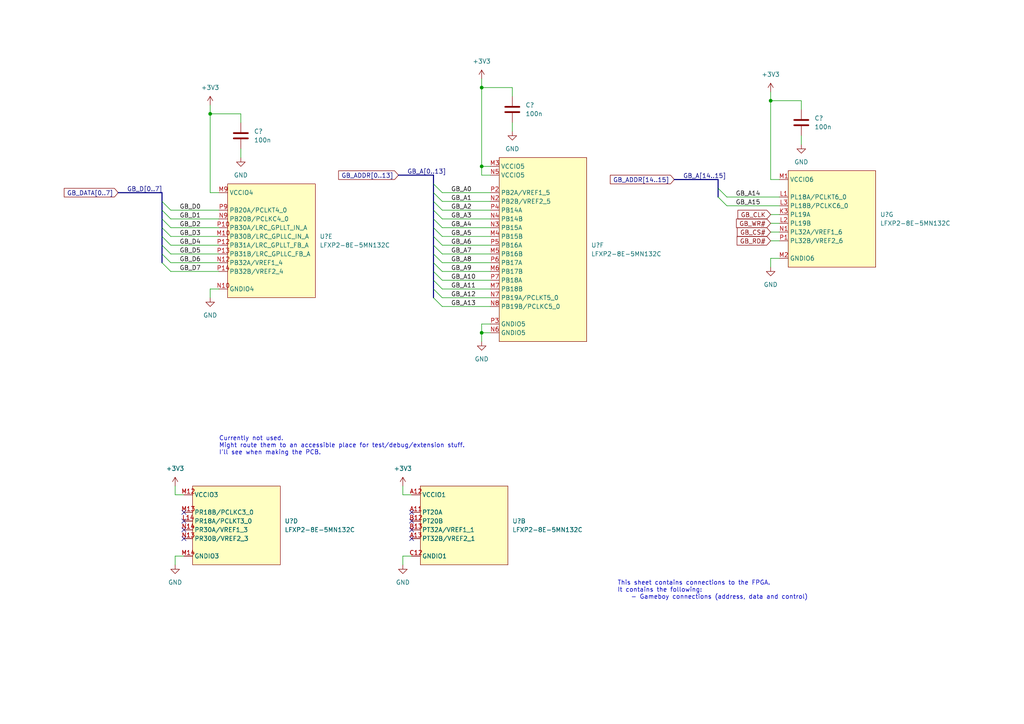
<source format=kicad_sch>
(kicad_sch (version 20211123) (generator eeschema)
  (paper "A4")
  (title_block (title "FPGA connections 1"))
  (lib_symbols
    (symbol "Device:C" (pin_numbers hide) (pin_names (offset 0.254))
      (property "Reference" "C" (at 0.635 2.54 0))
      (property "Value" "C" (at 0.635 -2.54 0))
      (symbol "C_0_1"
        (polyline (pts (xy -2.032 -0.762) (xy 2.032 -0.762)) (stroke (width 0.508)))
        (polyline (pts (xy -2.032 0.762) (xy 2.032 0.762)) (stroke (width 0.508)))
      )
      (symbol "C_1_1"
        (pin passive line (at 0 3.81 270) (length 2.794) (name "~") (number "1"))
        (pin passive line (at 0 -3.81 90) (length 2.794) (name "~") (number "2"))
      )
    )
    (symbol "FPGA_Lattice:LFXP2-8E-5MN132C"
      (property "Reference" "U?" (at 12.7 3.81 0))
      (property "Value" "LFXP2-8E-5MN132C" (at 11.43 1.27 0))
      (symbol "LFXP2-8E-5MN132C_1_1"
        (rectangle (start 0 0) (end 25.4 -63.5) (fill (type background)))
        (pin bidirectional line (at -2.54 -15.24 0) (length 2.54) (name "PT3A/ULC_GPLLT_IN_A") (number "A1"))
        (pin bidirectional line (at -2.54 -53.34 0) (length 2.54) (name "PT19B/PCLKC0_0") (number "A10"))
        (pin bidirectional line (at -2.54 -10.16 0) (length 2.54) (name "PT2A/VREF1_0") (number "A2"))
        (pin bidirectional line (at -2.54 -12.7 0) (length 2.54) (name "PT2B/VREF2_0") (number "A3"))
        (pin bidirectional line (at -2.54 -22.86 0) (length 2.54) (name "PT4B/ULC_GPLLC_FB_A") (number "A5"))
        (pin bidirectional line (at -2.54 -30.48 0) (length 2.54) (name "PT15A") (number "A6"))
        (pin bidirectional line (at -2.54 -33.02 0) (length 2.54) (name "PT15B") (number "A7"))
        (pin bidirectional line (at -2.54 -40.64 0) (length 2.54) (name "PT17A") (number "A8"))
        (pin bidirectional line (at -2.54 -45.72 0) (length 2.54) (name "PT18A") (number "A9"))
        (pin bidirectional line (at -2.54 -50.8 0) (length 2.54) (name "PT19A/PCLKT0_0") (number "B10"))
        (pin bidirectional line (at -2.54 -17.78 0) (length 2.54) (name "PT3B/ULC_GPLLC_IN_A") (number "B3"))
        (pin power_in line (at -2.54 -2.54 0) (length 2.54) (name "VCCIO0") (number "B5"))
        (pin bidirectional line (at -2.54 -25.4 0) (length 2.54) (name "PT14A") (number "B6"))
        (pin power_in line (at -2.54 -5.08 0) (length 2.54) (name "VCCIO0") (number "B7"))
        (pin power_in line (at -2.54 -58.42 0) (length 2.54) (name "GNDIO0") (number "B8"))
        (pin bidirectional line (at -2.54 -43.18 0) (length 2.54) (name "PT17B") (number "B9"))
        (pin bidirectional line (at -2.54 -48.26 0) (length 2.54) (name "PT18B") (number "C10"))
        (pin bidirectional line (at -2.54 -20.32 0) (length 2.54) (name "PT4A/ULC_GPLLT_FB_A") (number "C5"))
        (pin power_in line (at -2.54 -60.96 0) (length 2.54) (name "GNDIO0") (number "C6"))
        (pin bidirectional line (at -2.54 -27.94 0) (length 2.54) (name "PT14B") (number "C7"))
        (pin bidirectional line (at -2.54 -35.56 0) (length 2.54) (name "PT16A") (number "C8"))
        (pin bidirectional line (at -2.54 -38.1 0) (length 2.54) (name "PT16B") (number "C9"))
      )
      (symbol "LFXP2-8E-5MN132C_2_1"
        (rectangle (start 0 0) (end 25.4 -22.86) (fill (type background)))
        (pin bidirectional line (at -2.54 -7.62 0) (length 2.54) (name "PT20A") (number "A11"))
        (pin power_in line (at -2.54 -2.54 0) (length 2.54) (name "VCCIO1") (number "A12"))
        (pin bidirectional line (at -2.54 -15.24 0) (length 2.54) (name "PT32B/VREF2_1") (number "A13"))
        (pin bidirectional line (at -2.54 -10.16 0) (length 2.54) (name "PT20B") (number "B12"))
        (pin bidirectional line (at -2.54 -12.7 0) (length 2.54) (name "PT32A/VREF1_1") (number "B13"))
        (pin power_in line (at -2.54 -20.32 0) (length 2.54) (name "GNDIO1") (number "C12"))
      )
      (symbol "LFXP2-8E-5MN132C_3_1"
        (rectangle (start 0 0) (end 25.4 -58.42) (fill (type background)))
        (pin bidirectional line (at -2.54 -10.16 0) (length 2.54) (name "PR2A/VREF1_2") (number "A14"))
        (pin bidirectional line (at -2.54 -12.7 0) (length 2.54) (name "PR2B/VREF2_2") (number "B14"))
        (pin power_in line (at -2.54 -53.34 0) (length 2.54) (name "GNDIO2") (number "C13"))
        (pin power_in line (at -2.54 -2.54 0) (length 2.54) (name "VCCIO2") (number "C14"))
        (pin bidirectional line (at -2.54 -15.24 0) (length 2.54) (name "PR10A") (number "D12"))
        (pin bidirectional line (at -2.54 -17.78 0) (length 2.54) (name "PR10B") (number "D13"))
        (pin bidirectional line (at -2.54 -20.32 0) (length 2.54) (name "PR11A") (number "D14"))
        (pin bidirectional line (at -2.54 -25.4 0) (length 2.54) (name "PR12A") (number "E12"))
        (pin power_in line (at -2.54 -55.88 0) (length 2.54) (name "GNDIO2") (number "E13"))
        (pin bidirectional line (at -2.54 -22.86 0) (length 2.54) (name "PR11B") (number "E14"))
        (pin bidirectional line (at -2.54 -27.94 0) (length 2.54) (name "PR12B") (number "F12"))
        (pin power_in line (at -2.54 -5.08 0) (length 2.54) (name "VCCIO2") (number "F13"))
        (pin bidirectional line (at -2.54 -30.48 0) (length 2.54) (name "PR13A") (number "F14"))
        (pin bidirectional line (at -2.54 -35.56 0) (length 2.54) (name "PR14A") (number "G12"))
        (pin bidirectional line (at -2.54 -38.1 0) (length 2.54) (name "PR14B") (number "G13"))
        (pin bidirectional line (at -2.54 -33.02 0) (length 2.54) (name "PR13B") (number "G14"))
        (pin bidirectional line (at -2.54 -43.18 0) (length 2.54) (name "PR15B") (number "H12"))
        (pin bidirectional line (at -2.54 -40.64 0) (length 2.54) (name "PR15A") (number "H13"))
        (pin bidirectional line (at -2.54 -45.72 0) (length 2.54) (name "PR16A/PCLKT2_0") (number "H14"))
        (pin bidirectional line (at -2.54 -48.26 0) (length 2.54) (name "PR16B/PCLKC2_0") (number "J12"))
      )
      (symbol "LFXP2-8E-5MN132C_4_1"
        (rectangle (start 0 0) (end 25.4 -22.86) (fill (type background)))
        (pin bidirectional line (at -2.54 -10.16 0) (length 2.54) (name "PR18A/PCLKT3_0") (number "L14"))
        (pin power_in line (at -2.54 -2.54 0) (length 2.54) (name "VCCIO3") (number "M12"))
        (pin bidirectional line (at -2.54 -7.62 0) (length 2.54) (name "PR18B/PCLKC3_0") (number "M13"))
        (pin power_in line (at -2.54 -20.32 0) (length 2.54) (name "GNDIO3") (number "M14"))
        (pin bidirectional line (at -2.54 -15.24 0) (length 2.54) (name "PR30B/VREF2_3") (number "N13"))
        (pin bidirectional line (at -2.54 -12.7 0) (length 2.54) (name "PR30A/VREF1_3") (number "N14"))
      )
      (symbol "LFXP2-8E-5MN132C_5_1"
        (rectangle (start 0 0) (end 25.4 -33.02) (fill (type background)))
        (pin bidirectional line (at -2.54 -15.24 0) (length 2.54) (name "PB30B/LRC_GPLLC_IN_A") (number "M10"))
        (pin power_in line (at -2.54 -2.54 0) (length 2.54) (name "VCCIO4") (number "M9"))
        (pin power_in line (at -2.54 -30.48 0) (length 2.54) (name "GNDIO4") (number "N10"))
        (pin bidirectional line (at -2.54 -22.86 0) (length 2.54) (name "PB32A/VREF1_4") (number "N12"))
        (pin bidirectional line (at -2.54 -10.16 0) (length 2.54) (name "PB20B/PCLKC4_0") (number "N9"))
        (pin bidirectional line (at -2.54 -12.7 0) (length 2.54) (name "PB30A/LRC_GPLLT_IN_A") (number "P10"))
        (pin bidirectional line (at -2.54 -17.78 0) (length 2.54) (name "PB31A/LRC_GPLLT_FB_A") (number "P12"))
        (pin bidirectional line (at -2.54 -20.32 0) (length 2.54) (name "PB31B/LRC_GPLLC_FB_A") (number "P13"))
        (pin bidirectional line (at -2.54 -25.4 0) (length 2.54) (name "PB32B/VREF2_4") (number "P14"))
        (pin bidirectional line (at -2.54 -7.62 0) (length 2.54) (name "PB20A/PCLKT4_0") (number "P9"))
      )
      (symbol "LFXP2-8E-5MN132C_6_1"
        (rectangle (start 0 0) (end 25.4 -53.34) (fill (type background)))
        (pin power_in line (at -2.54 -2.54 0) (length 2.54) (name "VCCIO5") (number "M3"))
        (pin bidirectional line (at -2.54 -22.86 0) (length 2.54) (name "PB15B") (number "M4"))
        (pin bidirectional line (at -2.54 -27.94 0) (length 2.54) (name "PB16B") (number "M5"))
        (pin bidirectional line (at -2.54 -33.02 0) (length 2.54) (name "PB17B") (number "M6"))
        (pin bidirectional line (at -2.54 -38.1 0) (length 2.54) (name "PB18B") (number "M7"))
        (pin bidirectional line (at -2.54 -12.7 0) (length 2.54) (name "PB2B/VREF2_5") (number "N2"))
        (pin bidirectional line (at -2.54 -20.32 0) (length 2.54) (name "PB15A") (number "N3"))
        (pin bidirectional line (at -2.54 -17.78 0) (length 2.54) (name "PB14B") (number "N4"))
        (pin power_in line (at -2.54 -5.08 0) (length 2.54) (name "VCCIO5") (number "N5"))
        (pin power_in line (at -2.54 -50.8 0) (length 2.54) (name "GNDIO5") (number "N6"))
        (pin bidirectional line (at -2.54 -40.64 0) (length 2.54) (name "PB19A/PCLKT5_0") (number "N7"))
        (pin bidirectional line (at -2.54 -43.18 0) (length 2.54) (name "PB19B/PCLKC5_0") (number "N8"))
        (pin bidirectional line (at -2.54 -10.16 0) (length 2.54) (name "PB2A/VREF1_5") (number "P2"))
        (pin power_in line (at -2.54 -48.26 0) (length 2.54) (name "GNDIO5") (number "P3"))
        (pin bidirectional line (at -2.54 -15.24 0) (length 2.54) (name "PB14A") (number "P4"))
        (pin bidirectional line (at -2.54 -25.4 0) (length 2.54) (name "PB16A") (number "P5"))
        (pin bidirectional line (at -2.54 -30.48 0) (length 2.54) (name "PB17A") (number "P6"))
        (pin bidirectional line (at -2.54 -35.56 0) (length 2.54) (name "PB18A") (number "P7"))
      )
      (symbol "LFXP2-8E-5MN132C_7_1"
        (rectangle (start 0 0) (end 25.4 -27.94) (fill (type background)))
        (pin bidirectional line (at -2.54 -12.7 0) (length 2.54) (name "PL19A") (number "K3"))
        (pin bidirectional line (at -2.54 -7.62 0) (length 2.54) (name "PL18A/PCLKT6_0") (number "L1"))
        (pin bidirectional line (at -2.54 -15.24 0) (length 2.54) (name "PL19B") (number "L2"))
        (pin bidirectional line (at -2.54 -10.16 0) (length 2.54) (name "PL18B/PCLKC6_0") (number "L3"))
        (pin power_in line (at -2.54 -2.54 0) (length 2.54) (name "VCCIO6") (number "M1"))
        (pin power_in line (at -2.54 -25.4 0) (length 2.54) (name "GNDIO6") (number "M2"))
        (pin bidirectional line (at -2.54 -17.78 0) (length 2.54) (name "PL32A/VREF1_6") (number "N1"))
        (pin bidirectional line (at -2.54 -20.32 0) (length 2.54) (name "PL32B/VREF2_6") (number "P1"))
      )
      (symbol "LFXP2-8E-5MN132C_8_1"
        (rectangle (start 0 0) (end 25.4 -58.42) (fill (type background)))
        (pin bidirectional line (at -2.54 -10.16 0) (length 2.54) (name "PL2A/VREF1_7") (number "B1"))
        (pin bidirectional line (at -2.54 -12.7 0) (length 2.54) (name "PL2B/VREF2_7") (number "B2"))
        (pin power_in line (at -2.54 -53.34 0) (length 2.54) (name "GNDIO7") (number "C1"))
        (pin bidirectional line (at -2.54 -15.24 0) (length 2.54) (name "PL10A/PROGRAMN") (number "C2"))
        (pin power_in line (at -2.54 -2.54 0) (length 2.54) (name "VCCIO7") (number "C3"))
        (pin bidirectional line (at -2.54 -20.32 0) (length 2.54) (name "PL11A/CFG1") (number "D1"))
        (pin bidirectional line (at -2.54 -25.4 0) (length 2.54) (name "PL12A/CSSPISN") (number "D2"))
        (pin bidirectional line (at -2.54 -17.78 0) (length 2.54) (name "PL10B/DONE") (number "D3"))
        (pin bidirectional line (at -2.54 -22.86 0) (length 2.54) (name "PL11B") (number "E1"))
        (pin power_in line (at -2.54 -55.88 0) (length 2.54) (name "GNDIO7") (number "E2"))
        (pin bidirectional line (at -2.54 -27.94 0) (length 2.54) (name "PL12B/CSSPIN") (number "E3"))
        (pin bidirectional line (at -2.54 -30.48 0) (length 2.54) (name "PL13A") (number "F1"))
        (pin power_in line (at -2.54 -5.08 0) (length 2.54) (name "VCCIO7") (number "F2"))
        (pin bidirectional line (at -2.54 -35.56 0) (length 2.54) (name "PL14A/CCLK") (number "F3"))
        (pin bidirectional line (at -2.54 -33.02 0) (length 2.54) (name "PL13B") (number "G1"))
        (pin bidirectional line (at -2.54 -38.1 0) (length 2.54) (name "PL14B/SO") (number "G2"))
        (pin bidirectional line (at -2.54 -43.18 0) (length 2.54) (name "PL15B/INITN") (number "G3"))
        (pin bidirectional line (at -2.54 -45.72 0) (length 2.54) (name "PL16A/PCLKT7_0") (number "H1"))
        (pin bidirectional line (at -2.54 -40.64 0) (length 2.54) (name "PL15A/SI") (number "H2"))
        (pin bidirectional line (at -2.54 -48.26 0) (length 2.54) (name "PL16B/PCLKC7_0") (number "H3"))
      )
      (symbol "LFXP2-8E-5MN132C_9_1"
        (rectangle (start 0 0) (end 12.7 -17.78) (fill (type background)))
        (pin bidirectional line (at -2.54 -2.54 0) (length 2.54) (name "VCCJ") (number "K12"))
        (pin bidirectional line (at -2.54 -15.24 0) (length 2.54) (name "TDO") (number "K13"))
        (pin bidirectional line (at -2.54 -10.16 0) (length 2.54) (name "TCK") (number "K14"))
        (pin bidirectional line (at -2.54 -7.62 0) (length 2.54) (name "TMS") (number "L12"))
        (pin bidirectional line (at -2.54 -12.7 0) (length 2.54) (name "TDI") (number "L13"))
      )
      (symbol "LFXP2-8E-5MN132C_10_1"
        (rectangle (start 0 0) (end 25.4 -55.88) (fill (type background)))
        (pin power_in line (at -2.54 -40.64 0) (length 2.54) (name "ULC_VCCPLL") (number "A4"))
        (pin power_in line (at -2.54 -12.7 0) (length 2.54) (name "VCC") (number "B11"))
        (pin power_in line (at -2.54 -45.72 0) (length 2.54) (name "ULC_GNDPLL") (number "B4"))
        (pin power_in line (at -2.54 -27.94 0) (length 2.54) (name "VCCAUX") (number "C11"))
        (pin power_in line (at -2.54 -15.24 0) (length 2.54) (name "VCC") (number "C4"))
        (pin power_in line (at -2.54 -53.34 0) (length 2.54) (name "GND") (number "J1"))
        (pin power_in line (at -2.54 -10.16 0) (length 2.54) (name "VCC") (number "J13"))
        (pin power_in line (at -2.54 -25.4 0) (length 2.54) (name "VCCAUX") (number "J14"))
        (pin power_in line (at -2.54 -20.32 0) (length 2.54) (name "VCCAUX") (number "J2"))
        (pin power_in line (at -2.54 -2.54 0) (length 2.54) (name "VCC") (number "J3"))
        (pin input line (at -2.54 -35.56 0) (length 2.54) (name "CFG0") (number "K1"))
        (pin input line (at -2.54 -33.02 0) (length 2.54) (name "TOE") (number "K2"))
        (pin power_in line (at -2.54 -48.26 0) (length 2.54) (name "LRC_GNDPLL") (number "M11"))
        (pin power_in line (at -2.54 -22.86 0) (length 2.54) (name "VCCAUX") (number "M8"))
        (pin power_in line (at -2.54 -7.62 0) (length 2.54) (name "VCC") (number "N11"))
        (pin power_in line (at -2.54 -43.18 0) (length 2.54) (name "LRC_VCCPLL") (number "P11"))
        (pin power_in line (at -2.54 -5.08 0) (length 2.54) (name "VCC") (number "P8"))
      )
    )
    (symbol "power:+3V3" (power) (pin_names (offset 0))
      (property "Value" "+3V3" (at 0 3.556 0))
      (symbol "+3V3_0_1"
        (polyline (pts (xy -0.762 1.27) (xy 0 2.54)))
        (polyline (pts (xy 0 0) (xy 0 2.54)))
        (polyline (pts (xy 0 2.54) (xy 0.762 1.27)))
      )
      (symbol "+3V3_1_1"
        (pin power_in line (at 0 0 90) (length 0) hide (name "+3V3") (number "1"))
      )
    )
    (symbol "power:GND" (power) (pin_names (offset 0))
      (property "Value" "GND" (at 0 -3.81 0))
      (symbol "GND_0_1"
        (polyline (pts (xy 0 0) (xy 0 -1.27) (xy 1.27 -1.27) (xy 0 -2.54) (xy -1.27 -1.27) (xy 0 -1.27)))
      )
      (symbol "GND_1_1"
        (pin power_in line (at 0 0 270) (length 0) hide (name "GND") (number "1"))
      )
    )
  )
  (junction (at 223.52 29.21))
  (junction (at 139.7 25.4))
  (junction (at 139.7 96.52))
  (junction (at 60.96 33.02))
  (junction (at 139.7 48.26))
  (no_connect (at 53.34 156.21))
  (no_connect (at 119.38 156.21))
  (no_connect (at 119.38 153.67))
  (no_connect (at 119.38 151.13))
  (no_connect (at 119.38 148.59))
  (no_connect (at 53.34 148.59))
  (no_connect (at 53.34 151.13))
  (no_connect (at 53.34 153.67))
  (bus_entry (at 46.99 73.66) (size 2.54 2.54))
  (bus_entry (at 46.99 63.5) (size 2.54 2.54))
  (bus_entry (at 125.73 58.42) (size 2.54 2.54))
  (bus_entry (at 125.73 55.88) (size 2.54 2.54))
  (bus_entry (at 125.73 53.34) (size 2.54 2.54))
  (bus_entry (at 125.73 60.96) (size 2.54 2.54))
  (bus_entry (at 125.73 76.2) (size 2.54 2.54))
  (bus_entry (at 125.73 73.66) (size 2.54 2.54))
  (bus_entry (at 125.73 71.12) (size 2.54 2.54))
  (bus_entry (at 125.73 68.58) (size 2.54 2.54))
  (bus_entry (at 125.73 66.04) (size 2.54 2.54))
  (bus_entry (at 125.73 63.5) (size 2.54 2.54))
  (bus_entry (at 125.73 86.36) (size 2.54 2.54))
  (bus_entry (at 125.73 81.28) (size 2.54 2.54))
  (bus_entry (at 125.73 78.74) (size 2.54 2.54))
  (bus_entry (at 125.73 83.82) (size 2.54 2.54))
  (bus_entry (at 208.28 54.61) (size 2.54 2.54))
  (bus_entry (at 208.28 57.15) (size 2.54 2.54))
  (bus_entry (at 46.99 66.04) (size 2.54 2.54))
  (bus_entry (at 46.99 76.2) (size 2.54 2.54))
  (bus_entry (at 46.99 58.42) (size 2.54 2.54))
  (bus_entry (at 46.99 68.58) (size 2.54 2.54))
  (bus_entry (at 46.99 71.12) (size 2.54 2.54))
  (bus_entry (at 46.99 60.96) (size 2.54 2.54))
  (wire (pts (xy 60.96 33.02) (xy 60.96 55.88)))
  (wire (pts (xy 128.27 73.66) (xy 142.24 73.66)))
  (bus (pts (xy 46.99 71.12) (xy 46.99 73.66)))
  (wire (pts (xy 116.84 143.51) (xy 116.84 140.97)))
  (wire (pts (xy 119.38 161.29) (xy 116.84 161.29)))
  (wire (pts (xy 223.52 29.21) (xy 223.52 52.07)))
  (wire (pts (xy 49.53 63.5) (xy 63.5 63.5)))
  (bus (pts (xy 46.99 68.58) (xy 46.99 71.12)))
  (wire (pts (xy 116.84 161.29) (xy 116.84 163.83)))
  (wire (pts (xy 69.85 43.18) (xy 69.85 45.72)))
  (wire (pts (xy 139.7 96.52) (xy 139.7 99.06)))
  (bus (pts (xy 208.28 57.15) (xy 208.28 54.61)))
  (bus (pts (xy 125.73 86.36) (xy 125.73 83.82)))
  (wire (pts (xy 139.7 50.8) (xy 139.7 48.26)))
  (wire (pts (xy 139.7 93.98) (xy 139.7 96.52)))
  (bus (pts (xy 125.73 55.88) (xy 125.73 53.34)))
  (wire (pts (xy 223.52 67.31) (xy 226.06 67.31)))
  (wire (pts (xy 128.27 58.42) (xy 142.24 58.42)))
  (wire (pts (xy 232.41 29.21) (xy 223.52 29.21)))
  (wire (pts (xy 49.53 60.96) (xy 63.5 60.96)))
  (bus (pts (xy 46.99 63.5) (xy 46.99 66.04)))
  (wire (pts (xy 49.53 73.66) (xy 63.5 73.66)))
  (wire (pts (xy 49.53 66.04) (xy 63.5 66.04)))
  (wire (pts (xy 69.85 33.02) (xy 60.96 33.02)))
  (wire (pts (xy 128.27 81.28) (xy 142.24 81.28)))
  (wire (pts (xy 128.27 63.5) (xy 142.24 63.5)))
  (bus (pts (xy 125.73 68.58) (xy 125.73 66.04)))
  (wire (pts (xy 53.34 143.51) (xy 50.8 143.51)))
  (wire (pts (xy 139.7 25.4) (xy 139.7 48.26)))
  (bus (pts (xy 46.99 55.88) (xy 46.99 58.42)))
  (wire (pts (xy 63.5 55.88) (xy 60.96 55.88)))
  (wire (pts (xy 128.27 55.88) (xy 142.24 55.88)))
  (bus (pts (xy 46.99 60.96) (xy 46.99 63.5)))
  (wire (pts (xy 232.41 39.37) (xy 232.41 41.91)))
  (wire (pts (xy 50.8 161.29) (xy 50.8 163.83)))
  (wire (pts (xy 148.59 25.4) (xy 139.7 25.4)))
  (bus (pts (xy 125.73 66.04) (xy 125.73 63.5)))
  (bus (pts (xy 125.73 83.82) (xy 125.73 81.28)))
  (bus (pts (xy 125.73 63.5) (xy 125.73 60.96)))
  (wire (pts (xy 223.52 26.67) (xy 223.52 29.21)))
  (bus (pts (xy 125.73 53.34) (xy 125.73 50.8)))
  (wire (pts (xy 128.27 68.58) (xy 142.24 68.58)))
  (bus (pts (xy 34.29 55.88) (xy 46.99 55.88)))
  (bus (pts (xy 125.73 60.96) (xy 125.73 58.42)))
  (wire (pts (xy 50.8 143.51) (xy 50.8 140.97)))
  (wire (pts (xy 210.82 57.15) (xy 226.06 57.15)))
  (wire (pts (xy 128.27 88.9) (xy 142.24 88.9)))
  (wire (pts (xy 142.24 93.98) (xy 139.7 93.98)))
  (wire (pts (xy 119.38 143.51) (xy 116.84 143.51)))
  (wire (pts (xy 142.24 48.26) (xy 139.7 48.26)))
  (bus (pts (xy 46.99 66.04) (xy 46.99 68.58)))
  (wire (pts (xy 128.27 60.96) (xy 142.24 60.96)))
  (bus (pts (xy 208.28 52.07) (xy 195.58 52.07)))
  (wire (pts (xy 210.82 59.69) (xy 226.06 59.69)))
  (wire (pts (xy 128.27 71.12) (xy 142.24 71.12)))
  (bus (pts (xy 125.73 58.42) (xy 125.73 55.88)))
  (wire (pts (xy 69.85 35.56) (xy 69.85 33.02)))
  (wire (pts (xy 223.52 69.85) (xy 226.06 69.85)))
  (bus (pts (xy 46.99 58.42) (xy 46.99 60.96)))
  (wire (pts (xy 128.27 86.36) (xy 142.24 86.36)))
  (wire (pts (xy 148.59 35.56) (xy 148.59 38.1)))
  (wire (pts (xy 223.52 74.93) (xy 223.52 77.47)))
  (wire (pts (xy 128.27 78.74) (xy 142.24 78.74)))
  (wire (pts (xy 60.96 83.82) (xy 60.96 86.36)))
  (bus (pts (xy 125.73 78.74) (xy 125.73 76.2)))
  (wire (pts (xy 49.53 71.12) (xy 63.5 71.12)))
  (wire (pts (xy 232.41 31.75) (xy 232.41 29.21)))
  (wire (pts (xy 223.52 62.23) (xy 226.06 62.23)))
  (bus (pts (xy 125.73 81.28) (xy 125.73 78.74)))
  (wire (pts (xy 139.7 22.86) (xy 139.7 25.4)))
  (bus (pts (xy 46.99 73.66) (xy 46.99 76.2)))
  (wire (pts (xy 128.27 66.04) (xy 142.24 66.04)))
  (bus (pts (xy 125.73 50.8) (xy 115.57 50.8)))
  (bus (pts (xy 125.73 71.12) (xy 125.73 68.58)))
  (wire (pts (xy 148.59 27.94) (xy 148.59 25.4)))
  (wire (pts (xy 226.06 52.07) (xy 223.52 52.07)))
  (wire (pts (xy 226.06 74.93) (xy 223.52 74.93)))
  (wire (pts (xy 60.96 30.48) (xy 60.96 33.02)))
  (wire (pts (xy 223.52 64.77) (xy 226.06 64.77)))
  (bus (pts (xy 125.73 76.2) (xy 125.73 73.66)))
  (wire (pts (xy 49.53 76.2) (xy 63.5 76.2)))
  (bus (pts (xy 208.28 54.61) (xy 208.28 52.07)))
  (wire (pts (xy 53.34 161.29) (xy 50.8 161.29)))
  (wire (pts (xy 63.5 83.82) (xy 60.96 83.82)))
  (wire (pts (xy 49.53 78.74) (xy 63.5 78.74)))
  (wire (pts (xy 49.53 68.58) (xy 63.5 68.58)))
  (wire (pts (xy 128.27 76.2) (xy 142.24 76.2)))
  (wire (pts (xy 128.27 83.82) (xy 142.24 83.82)))
  (wire (pts (xy 142.24 96.52) (xy 139.7 96.52)))
  (bus (pts (xy 125.73 73.66) (xy 125.73 71.12)))
  (wire (pts (xy 142.24 50.8) (xy 139.7 50.8)))
  (text "This sheet contains connections to the FPGA.\nIt contains the following:\n    - Gameboy connections (address, data and control)" (at 179.07 173.99 0) (effects (font (size 1.27 1.27)) (justify left bottom)))
  (text "Currently not used.\nMight route them to an accessible place for test/debug/extension stuff.\nI'll see when making the PCB." (at 63.5 132.08 0) (effects (font (size 1.27 1.27)) (justify left bottom)))
  (label "GB_A13" (at 130.81 88.9 0))
  (label "GB_A14" (at 213.36 57.15 0))
  (label "GB_A10" (at 130.81 81.28 0))
  (label "GB_D3" (at 52.07 68.58 0))
  (label "GB_A12" (at 130.81 86.36 0))
  (label "GB_A8" (at 130.81 76.2 0))
  (label "GB_A15" (at 213.36 59.69 0))
  (label "GB_D7" (at 52.07 78.74 0))
  (label "GB_D6" (at 52.07 76.2 0))
  (label "GB_A0" (at 130.81 55.88 0))
  (label "GB_A3" (at 130.81 63.5 0))
  (label "GB_A[0..13]" (at 118.11 50.8 0))
  (label "GB_D5" (at 52.07 73.66 0))
  (label "GB_A2" (at 130.81 60.96 0))
  (label "GB_A4" (at 130.81 66.04 0))
  (label "GB_D2" (at 52.07 66.04 0))
  (label "GB_A11" (at 130.81 83.82 0))
  (label "GB_D0" (at 52.07 60.96 0))
  (label "GB_D[0..7]" (at 36.83 55.88 0))
  (label "GB_A[14..15]" (at 198.12 52.07 0))
  (label "GB_A9" (at 130.81 78.74 0))
  (label "GB_D1" (at 52.07 63.5 0))
  (label "GB_A6" (at 130.81 71.12 0))
  (label "GB_A5" (at 130.81 68.58 0))
  (label "GB_A7" (at 130.81 73.66 0))
  (label "GB_A1" (at 130.81 58.42 0))
  (label "GB_D4" (at 52.07 71.12 0))
  (global_label "GB_CS#" (shape input) (at 223.52 67.31 180) (property "Intersheet References" "${INTERSHEET_REFS}" (effects hide)))
  (global_label "GB_DATA[0..7]" (shape input) (at 34.29 55.88 180) (property "Intersheet References" "${INTERSHEET_REFS}" (effects hide)))
  (global_label "GB_ADDR[0..13]" (shape input) (at 115.57 50.8 180) (property "Intersheet References" "${INTERSHEET_REFS}" (effects hide)))
  (global_label "GB_RD#" (shape input) (at 223.52 69.85 180) (property "Intersheet References" "${INTERSHEET_REFS}" (effects hide)))
  (global_label "GB_ADDR[14..15]" (shape input) (at 195.58 52.07 180) (property "Intersheet References" "${INTERSHEET_REFS}" (effects hide)))
  (global_label "GB_CLK" (shape input) (at 223.52 62.23 180) (property "Intersheet References" "${INTERSHEET_REFS}" (effects hide)))
  (global_label "GB_WR#" (shape input) (at 223.52 64.77 180) (property "Intersheet References" "${INTERSHEET_REFS}" (effects hide)))
  (symbol (lib_id "Device:C") (at 148.59 31.75 0) (unit 1)
    (property "Reference" "C?" (at 152.4 30.4799 0) (effects (justify left)))
    (property "Value" "100n" (at 152.4 33.0199 0) (effects (justify left)))
  )
  (symbol (lib_id "power:GND") (at 232.41 41.91 0) (unit 1)
    (property "Reference" "#PWR?" (effects hide))
    (property "Value" "GND" (at 232.41 46.99 0))
  )
  (symbol (lib_id "FPGA_Lattice:LFXP2-8E-5MN132C") (at 55.88 140.97 0) (unit 4)
    (property "Reference" "U?" (at 82.55 151.1299 0) (effects (justify left)))
    (property "Value" "LFXP2-8E-5MN132C" (at 82.55 153.6699 0) (effects (justify left)))
  )
  (symbol (lib_id "power:+3V3") (at 223.52 26.67 0) (unit 1)
    (property "Reference" "#PWR?" (effects hide))
    (property "Value" "+3V3" (at 223.52 21.59 0))
  )
  (symbol (lib_id "power:+3V3") (at 60.96 30.48 0) (unit 1)
    (property "Reference" "#PWR?" (effects hide))
    (property "Value" "+3V3" (at 60.96 25.4 0))
  )
  (symbol (lib_id "Device:C") (at 232.41 35.56 0) (unit 1)
    (property "Reference" "C?" (at 236.22 34.2899 0) (effects (justify left)))
    (property "Value" "100n" (at 236.22 36.8299 0) (effects (justify left)))
  )
  (symbol (lib_id "power:GND") (at 60.96 86.36 0) (unit 1)
    (property "Reference" "#PWR?" (effects hide))
    (property "Value" "GND" (at 60.96 91.44 0))
  )
  (symbol (lib_id "Device:C") (at 69.85 39.37 0) (unit 1)
    (property "Reference" "C?" (at 73.66 38.0999 0) (effects (justify left)))
    (property "Value" "100n" (at 73.66 40.6399 0) (effects (justify left)))
  )
  (symbol (lib_id "power:+3V3") (at 139.7 22.86 0) (unit 1)
    (property "Reference" "#PWR?" (effects hide))
    (property "Value" "+3V3" (at 139.7 17.78 0))
  )
  (symbol (lib_id "power:+3V3") (at 116.84 140.97 0) (unit 1)
    (property "Reference" "#PWR?" (effects hide))
    (property "Value" "+3V3" (at 116.84 135.89 0))
  )
  (symbol (lib_id "power:+3V3") (at 50.8 140.97 0) (unit 1)
    (property "Reference" "#PWR?" (effects hide))
    (property "Value" "+3V3" (at 50.8 135.89 0))
  )
  (symbol (lib_id "FPGA_Lattice:LFXP2-8E-5MN132C") (at 121.92 140.97 0) (unit 2)
    (property "Reference" "U?" (at 148.59 151.1299 0) (effects (justify left)))
    (property "Value" "LFXP2-8E-5MN132C" (at 148.59 153.6699 0) (effects (justify left)))
  )
  (symbol (lib_id "power:GND") (at 139.7 99.06 0) (unit 1)
    (property "Reference" "#PWR?" (effects hide))
    (property "Value" "GND" (at 139.7 104.14 0))
  )
  (symbol (lib_id "power:GND") (at 69.85 45.72 0) (unit 1)
    (property "Reference" "#PWR?" (effects hide))
    (property "Value" "GND" (at 69.85 50.8 0))
  )
  (symbol (lib_id "power:GND") (at 148.59 38.1 0) (unit 1)
    (property "Reference" "#PWR?" (effects hide))
    (property "Value" "GND" (at 148.59 43.18 0))
  )
  (symbol (lib_id "power:GND") (at 116.84 163.83 0) (unit 1)
    (property "Reference" "#PWR?" (effects hide))
    (property "Value" "GND" (at 116.84 168.91 0))
  )
  (symbol (lib_id "FPGA_Lattice:LFXP2-8E-5MN132C") (at 66.04 53.34 0) (unit 5)
    (property "Reference" "U?" (at 92.71 68.5799 0) (effects (justify left)))
    (property "Value" "LFXP2-8E-5MN132C" (at 92.71 71.1199 0) (effects (justify left)))
  )
  (symbol (lib_id "FPGA_Lattice:LFXP2-8E-5MN132C") (at 144.78 45.72 0) (unit 6)
    (property "Reference" "U?" (at 171.45 71.1199 0) (effects (justify left)))
    (property "Value" "LFXP2-8E-5MN132C" (at 171.45 73.6599 0) (effects (justify left)))
  )
  (symbol (lib_id "power:GND") (at 50.8 163.83 0) (unit 1)
    (property "Reference" "#PWR?" (effects hide))
    (property "Value" "GND" (at 50.8 168.91 0))
  )
  (symbol (lib_id "FPGA_Lattice:LFXP2-8E-5MN132C") (at 228.6 49.53 0) (unit 7)
    (property "Reference" "U?" (at 255.27 62.2299 0) (effects (justify left)))
    (property "Value" "LFXP2-8E-5MN132C" (at 255.27 64.7699 0) (effects (justify left)))
  )
  (symbol (lib_id "power:GND") (at 223.52 77.47 0) (unit 1)
    (property "Reference" "#PWR?" (effects hide))
    (property "Value" "GND" (at 223.52 82.55 0))
  )
)
</source>
